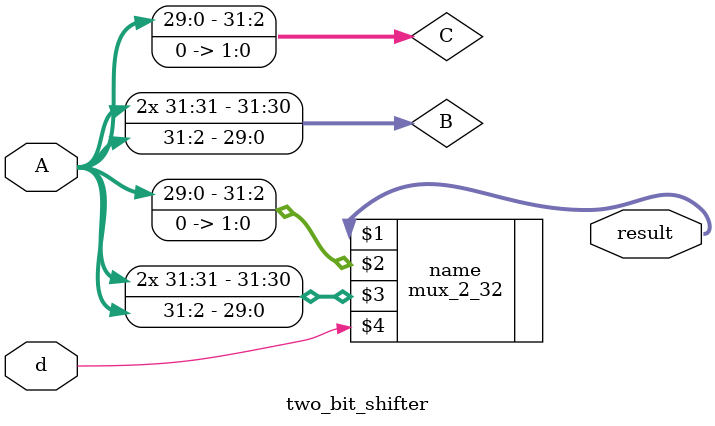
<source format=v>
module two_bit_shifter(A, d, result);
	input [31:0] A;
	input d;
	output[31:0] result;
	wire [31:0] B, C;

	assign B[31] = A[31];
	assign B[30] = A[31];
	assign B[29] = A[31];
	assign B[28] = A[30]; 
	assign B[27] = A[29];
	assign B[26] = A[28]; 
	assign B[25] = A[27];
	assign B[24] = A[26]; 
	assign B[23] = A[25];
	assign B[22] = A[24]; 
	assign B[21] = A[23];
	assign B[20] = A[22]; 
	assign B[19] = A[21];
	assign B[18] = A[20]; 
	assign B[17] = A[19];
	assign B[16] = A[18]; 
	assign B[15] = A[17];
	assign B[14] = A[16]; 
	assign B[13] = A[15];
	assign B[12] = A[14]; 
	assign B[11] = A[13];
	assign B[10] = A[12]; 
	assign B[9] = A[11];
	assign B[8] = A[10]; 
	assign B[7] = A[9];
	assign B[6] = A[8]; 
	assign B[5] = A[7];
	assign B[4] = A[6];
	assign B[3] = A[5];
	assign B[2] = A[4]; 
	assign B[1] = A[3];
	assign B[0] = A[2]; 

	assign C[31] = A[29];
	assign C[30] = A[28];
	assign C[29] = A[27];
	assign C[28] = A[26]; 
	assign C[27] = A[25];
	assign C[26] = A[24]; 
	assign C[25] = A[23];
	assign C[24] = A[22]; 
	assign C[23] = A[21];
	assign C[22] = A[20]; 
	assign C[21] = A[19];
	assign C[20] = A[18]; 
	assign C[19] = A[17];
	assign C[18] = A[16]; 
	assign C[17] = A[15];
	assign C[16] = A[14]; 
	assign C[15] = A[13];
	assign C[14] = A[12]; 
	assign C[13] = A[11];
	assign C[12] = A[10]; 
	assign C[11] = A[9];
	assign C[10] = A[8]; 
	assign C[9] = A[7];
	assign C[8] = A[6]; 
	assign C[7] = A[5];
	assign C[6] = A[4]; 
	assign C[5] = A[3];
	assign C[4] = A[2];
	assign C[3] = A[1];
	assign C[2] = A[0]; 
	assign C[1] = 1'b0;
	assign C[0] = 1'b0; 

	mux_2_32 name(result, C, B, d);

endmodule
</source>
